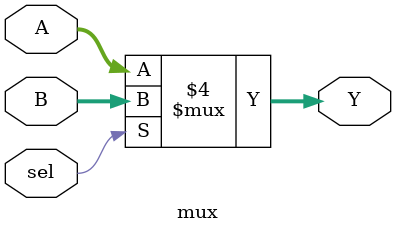
<source format=v>

 module mux(A, B, sel, Y);

 output [15:0] Y;
 input [15:0] A, B;
 input sel;
 reg [15:0] Y;

 always @(A or B or sel)
 if (sel == 1'b0)
	Y = A;
	else
	Y = B;

 endmodule

</source>
